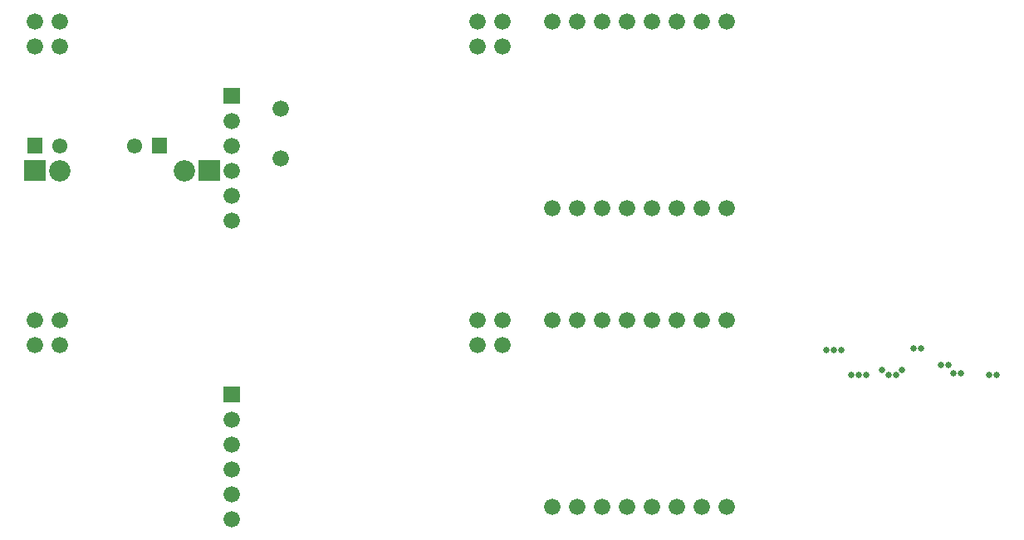
<source format=gbr>
G04 start of page 9 for group -4062 idx -4062 *
G04 Title: (unknown), soldermask *
G04 Creator: pcb 4.2.0 *
G04 CreationDate: Thu Sep 17 08:22:15 2020 UTC *
G04 For: commonadmin *
G04 Format: Gerber/RS-274X *
G04 PCB-Dimensions (mil): 6000.00 7000.00 *
G04 PCB-Coordinate-Origin: lower left *
%MOIN*%
%FSLAX25Y25*%
%LNBOTTOMMASK*%
%ADD66C,0.0610*%
%ADD65C,0.0860*%
%ADD64C,0.0001*%
%ADD63C,0.0260*%
%ADD62C,0.0660*%
G54D62*X327500Y155000D03*
X337500D03*
X347500D03*
X357500D03*
X297500D03*
X307500D03*
X317500D03*
X367500D03*
X307500Y230000D03*
X317500D03*
X327500D03*
X337500D03*
X347500D03*
X357500D03*
X367500D03*
G54D63*X458499Y208500D03*
X438000Y210000D03*
X461500Y208500D03*
X473000Y208000D03*
X476000D03*
X453500Y212000D03*
X456500D03*
X442500Y218500D03*
X445500D03*
X430000Y210000D03*
X432500Y208000D03*
X435500D03*
X417500D03*
X420500D03*
X423500D03*
X407500Y218000D03*
X410500D03*
X413500D03*
G54D62*X297500Y230000D03*
X277500D03*
Y220000D03*
X267500D03*
Y230000D03*
X367500Y275000D03*
X357500D03*
X347500D03*
X337500D03*
X327500D03*
X317500D03*
X307500D03*
X297500D03*
X267500Y350000D03*
X277500D03*
X267500Y340000D03*
X277500D03*
X367500Y350000D03*
X357500D03*
X347500D03*
X337500D03*
X327500D03*
X317500D03*
X307500D03*
X297500D03*
X100000Y230000D03*
Y220000D03*
X90000D03*
Y230000D03*
X169000Y170000D03*
G54D64*G36*
X155700Y294300D02*Y285700D01*
X164300D01*
Y294300D01*
X155700D01*
G37*
G54D62*X169000Y160000D03*
Y150000D03*
G54D65*X150000Y290000D03*
G54D64*G36*
X165700Y203300D02*Y196700D01*
X172300D01*
Y203300D01*
X165700D01*
G37*
G54D62*X169000Y190000D03*
Y180000D03*
G54D64*G36*
X165700Y323300D02*Y316700D01*
X172300D01*
Y323300D01*
X165700D01*
G37*
G54D62*X169000Y310000D03*
Y300000D03*
Y290000D03*
Y280000D03*
Y270000D03*
X188500Y315000D03*
Y295000D03*
X90000Y350000D03*
X100000D03*
X90000Y340000D03*
X100000D03*
G54D64*G36*
X86950Y303050D02*Y296950D01*
X93050D01*
Y303050D01*
X86950D01*
G37*
G54D66*X130000Y300000D03*
G54D65*X100000Y290000D03*
G54D66*Y300000D03*
G54D64*G36*
X85700Y294300D02*Y285700D01*
X94300D01*
Y294300D01*
X85700D01*
G37*
G36*
X136950Y303050D02*Y296950D01*
X143050D01*
Y303050D01*
X136950D01*
G37*
M02*

</source>
